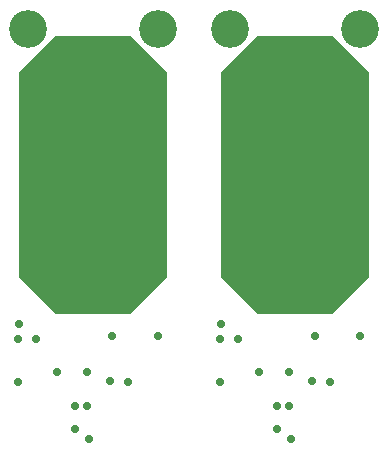
<source format=gbs>
G04 Layer_Color=16711935*
%FSLAX25Y25*%
%MOIN*%
G70*
G01*
G75*
%ADD32C,0.12611*%
%ADD33C,0.02769*%
G04:AMPARAMS|DCode=34|XSize=929.13mil|YSize=496.06mil|CornerRadius=0mil|HoleSize=0mil|Usage=FLASHONLY|Rotation=90.000|XOffset=0mil|YOffset=0mil|HoleType=Round|Shape=Octagon|*
%AMOCTAGOND34*
4,1,8,0.12402,0.46457,-0.12402,0.46457,-0.24803,0.34055,-0.24803,-0.34055,-0.12402,-0.46457,0.12402,-0.46457,0.24803,-0.34055,0.24803,0.34055,0.12402,0.46457,0.0*
%
%ADD34OCTAGOND34*%

D32*
X312433Y344358D02*
D03*
X269126D02*
D03*
X379865D02*
D03*
X336558D02*
D03*
D33*
X278751Y230252D02*
D03*
X288763D02*
D03*
X296252Y227252D02*
D03*
X290779Y295752D02*
D03*
X265720Y226751D02*
D03*
X288657Y218889D02*
D03*
X302252Y226751D02*
D03*
X297220Y242251D02*
D03*
X284752Y218752D02*
D03*
X312251Y242251D02*
D03*
X284752Y211251D02*
D03*
X289251Y207751D02*
D03*
X265938Y246252D02*
D03*
X265720Y241251D02*
D03*
X271783D02*
D03*
X346184Y230252D02*
D03*
X356195D02*
D03*
X363684Y227252D02*
D03*
X358211Y295752D02*
D03*
X333152Y226751D02*
D03*
X356089Y218889D02*
D03*
X369684Y226751D02*
D03*
X364652Y242251D02*
D03*
X352184Y218752D02*
D03*
X379684Y242251D02*
D03*
X352184Y211251D02*
D03*
X356684Y207751D02*
D03*
X333371Y246252D02*
D03*
X333152Y241251D02*
D03*
X339215D02*
D03*
D34*
X290779Y295752D02*
D03*
X358211D02*
D03*
M02*

</source>
